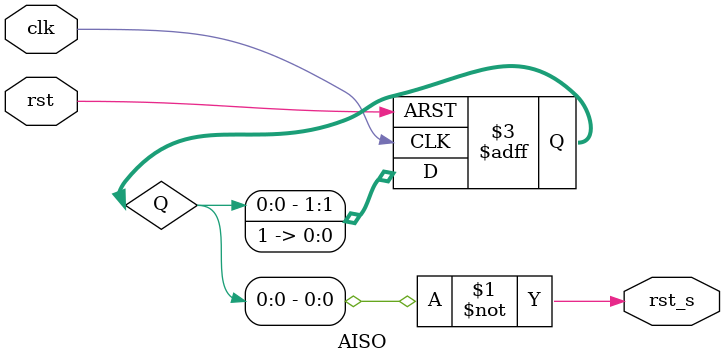
<source format=v>
`timescale 1ns / 1ps
module AISO(clk, rst, rst_s);
	input  clk, rst;
	output rst_s;
	reg    [1:0] Q;
	
	assign rst_s = ~Q[0];     // rst_s is asserted when Q[0] is
	                          // low
	
	always@(posedge clk, posedge rst)
		if(rst)                // if rst is high set Q to 2'b0
		   Q <= 2'b00;
		else                   // else drop a 1'b1 into Q[0] and
			Q <= {Q[0],1'b1};   // bring it through to Q[1]
	
endmodule

</source>
